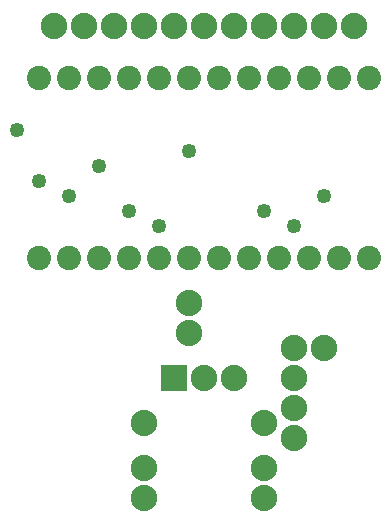
<source format=gbs>
G04 MADE WITH FRITZING*
G04 WWW.FRITZING.ORG*
G04 DOUBLE SIDED*
G04 HOLES PLATED*
G04 CONTOUR ON CENTER OF CONTOUR VECTOR*
%ASAXBY*%
%FSLAX23Y23*%
%MOIN*%
%OFA0B0*%
%SFA1.0B1.0*%
%ADD10C,0.088000*%
%ADD11C,0.080866*%
%ADD12C,0.049370*%
%ADD13R,0.088000X0.088000*%
%LNMASK0*%
G90*
G70*
G54D10*
X1050Y100D03*
X650Y100D03*
X650Y350D03*
X1050Y200D03*
X1050Y350D03*
X650Y200D03*
X350Y1675D03*
X450Y1675D03*
X550Y1675D03*
X650Y1675D03*
X750Y1675D03*
X850Y1675D03*
X950Y1675D03*
X1050Y1675D03*
X1150Y1675D03*
X1250Y1675D03*
X1350Y1675D03*
X350Y1675D03*
X450Y1675D03*
X550Y1675D03*
X650Y1675D03*
X750Y1675D03*
X850Y1675D03*
X950Y1675D03*
X1050Y1675D03*
X1150Y1675D03*
X1250Y1675D03*
X1350Y1675D03*
G54D11*
X1400Y900D03*
X1300Y900D03*
X1200Y900D03*
X1100Y900D03*
X1000Y900D03*
X900Y900D03*
X800Y900D03*
X700Y900D03*
X600Y900D03*
X500Y900D03*
X400Y900D03*
X300Y900D03*
X1400Y1500D03*
X1300Y1500D03*
X1200Y1500D03*
X1100Y1500D03*
X1000Y1500D03*
X900Y1500D03*
X800Y1500D03*
X700Y1500D03*
X600Y1500D03*
X500Y1500D03*
X400Y1500D03*
X300Y1500D03*
G54D10*
X800Y750D03*
X800Y650D03*
X1150Y601D03*
X1250Y601D03*
X1150Y300D03*
X1150Y400D03*
X1150Y500D03*
G54D12*
X1250Y1108D03*
X1150Y1009D03*
X1050Y1058D03*
X227Y1328D03*
X700Y1008D03*
X600Y1059D03*
X400Y1108D03*
X300Y1158D03*
X500Y1209D03*
X800Y1258D03*
G54D10*
X750Y500D03*
X850Y500D03*
X950Y500D03*
G54D13*
X750Y500D03*
G04 End of Mask0*
M02*
</source>
